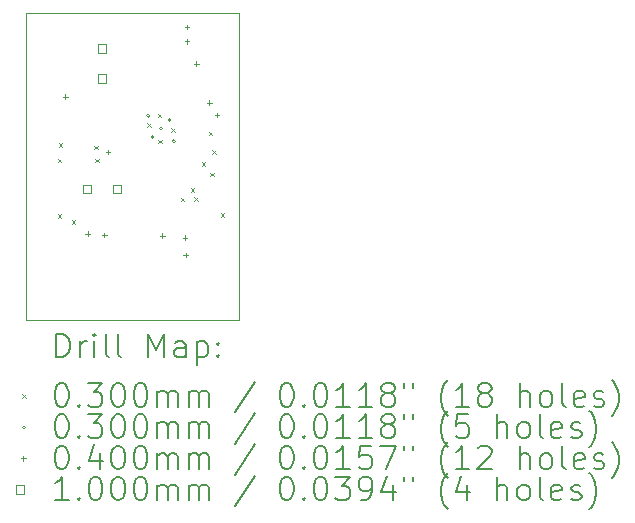
<source format=gbr>
%FSLAX45Y45*%
G04 Gerber Fmt 4.5, Leading zero omitted, Abs format (unit mm)*
G04 Created by KiCad (PCBNEW (6.0.5)) date 2023-11-29 10:11:23*
%MOMM*%
%LPD*%
G01*
G04 APERTURE LIST*
%TA.AperFunction,Profile*%
%ADD10C,0.100000*%
%TD*%
%ADD11C,0.200000*%
%ADD12C,0.030000*%
%ADD13C,0.040000*%
%ADD14C,0.100000*%
G04 APERTURE END LIST*
D10*
X12660000Y-7320000D02*
X14460000Y-7320000D01*
X14460000Y-7320000D02*
X14460000Y-9920000D01*
X14460000Y-9920000D02*
X12660000Y-9920000D01*
X12660000Y-9920000D02*
X12660000Y-7320000D01*
D11*
D12*
X12925000Y-8555000D02*
X12955000Y-8585000D01*
X12955000Y-8555000D02*
X12925000Y-8585000D01*
X12925000Y-9025000D02*
X12955000Y-9055000D01*
X12955000Y-9025000D02*
X12925000Y-9055000D01*
X12935000Y-8425000D02*
X12965000Y-8455000D01*
X12965000Y-8425000D02*
X12935000Y-8455000D01*
X13045000Y-9075000D02*
X13075000Y-9105000D01*
X13075000Y-9075000D02*
X13045000Y-9105000D01*
X13235000Y-8445000D02*
X13265000Y-8475000D01*
X13265000Y-8445000D02*
X13235000Y-8475000D01*
X13245000Y-8555000D02*
X13275000Y-8585000D01*
X13275000Y-8555000D02*
X13245000Y-8585000D01*
X13685000Y-8255000D02*
X13715000Y-8285000D01*
X13715000Y-8255000D02*
X13685000Y-8285000D01*
X13770627Y-8174135D02*
X13800627Y-8204135D01*
X13800627Y-8174135D02*
X13770627Y-8204135D01*
X13777166Y-8392834D02*
X13807166Y-8422834D01*
X13807166Y-8392834D02*
X13777166Y-8422834D01*
X13885000Y-8295000D02*
X13915000Y-8325000D01*
X13915000Y-8295000D02*
X13885000Y-8325000D01*
X13965000Y-8885000D02*
X13995000Y-8915000D01*
X13995000Y-8885000D02*
X13965000Y-8915000D01*
X14052450Y-8805000D02*
X14082450Y-8835000D01*
X14082450Y-8805000D02*
X14052450Y-8835000D01*
X14082912Y-8882912D02*
X14112912Y-8912912D01*
X14112912Y-8882912D02*
X14082912Y-8912912D01*
X14145000Y-8585000D02*
X14175000Y-8615000D01*
X14175000Y-8585000D02*
X14145000Y-8615000D01*
X14205000Y-8325000D02*
X14235000Y-8355000D01*
X14235000Y-8325000D02*
X14205000Y-8355000D01*
X14215000Y-8675000D02*
X14245000Y-8705000D01*
X14245000Y-8675000D02*
X14215000Y-8705000D01*
X14235000Y-8485000D02*
X14265000Y-8515000D01*
X14265000Y-8485000D02*
X14235000Y-8515000D01*
X14305000Y-9015000D02*
X14335000Y-9045000D01*
X14335000Y-9015000D02*
X14305000Y-9045000D01*
X13707166Y-8192166D02*
G75*
G03*
X13707166Y-8192166I-15000J0D01*
G01*
X13742522Y-8372478D02*
G75*
G03*
X13742522Y-8372478I-15000J0D01*
G01*
X13815000Y-8300000D02*
G75*
G03*
X13815000Y-8300000I-15000J0D01*
G01*
X13887478Y-8227522D02*
G75*
G03*
X13887478Y-8227522I-15000J0D01*
G01*
X13922834Y-8407834D02*
G75*
G03*
X13922834Y-8407834I-15000J0D01*
G01*
D13*
X12990000Y-8010000D02*
X12990000Y-8050000D01*
X12970000Y-8030000D02*
X13010000Y-8030000D01*
X13180000Y-9170000D02*
X13180000Y-9210000D01*
X13160000Y-9190000D02*
X13200000Y-9190000D01*
X13320000Y-9180000D02*
X13320000Y-9220000D01*
X13300000Y-9200000D02*
X13340000Y-9200000D01*
X13351300Y-8477900D02*
X13351300Y-8517900D01*
X13331300Y-8497900D02*
X13371300Y-8497900D01*
X13810000Y-9185050D02*
X13810000Y-9225050D01*
X13790000Y-9205050D02*
X13830000Y-9205050D01*
X14002694Y-9202694D02*
X14002694Y-9242694D01*
X13982694Y-9222694D02*
X14022694Y-9222694D01*
X14010000Y-9350000D02*
X14010000Y-9390000D01*
X13990000Y-9370000D02*
X14030000Y-9370000D01*
X14020000Y-7420000D02*
X14020000Y-7460000D01*
X14000000Y-7440000D02*
X14040000Y-7440000D01*
X14020000Y-7540000D02*
X14020000Y-7580000D01*
X14000000Y-7560000D02*
X14040000Y-7560000D01*
X14100000Y-7730000D02*
X14100000Y-7770000D01*
X14080000Y-7750000D02*
X14120000Y-7750000D01*
X14210000Y-8060000D02*
X14210000Y-8100000D01*
X14190000Y-8080000D02*
X14230000Y-8080000D01*
X14275000Y-8165000D02*
X14275000Y-8205000D01*
X14255000Y-8185000D02*
X14295000Y-8185000D01*
D14*
X13208356Y-8845356D02*
X13208356Y-8774644D01*
X13137644Y-8774644D01*
X13137644Y-8845356D01*
X13208356Y-8845356D01*
X13335356Y-7658356D02*
X13335356Y-7587644D01*
X13264644Y-7587644D01*
X13264644Y-7658356D01*
X13335356Y-7658356D01*
X13335356Y-7912356D02*
X13335356Y-7841644D01*
X13264644Y-7841644D01*
X13264644Y-7912356D01*
X13335356Y-7912356D01*
X13462356Y-8845356D02*
X13462356Y-8774644D01*
X13391644Y-8774644D01*
X13391644Y-8845356D01*
X13462356Y-8845356D01*
D11*
X12912619Y-10235476D02*
X12912619Y-10035476D01*
X12960238Y-10035476D01*
X12988809Y-10045000D01*
X13007857Y-10064048D01*
X13017381Y-10083095D01*
X13026905Y-10121190D01*
X13026905Y-10149762D01*
X13017381Y-10187857D01*
X13007857Y-10206905D01*
X12988809Y-10225952D01*
X12960238Y-10235476D01*
X12912619Y-10235476D01*
X13112619Y-10235476D02*
X13112619Y-10102143D01*
X13112619Y-10140238D02*
X13122143Y-10121190D01*
X13131667Y-10111667D01*
X13150714Y-10102143D01*
X13169762Y-10102143D01*
X13236428Y-10235476D02*
X13236428Y-10102143D01*
X13236428Y-10035476D02*
X13226905Y-10045000D01*
X13236428Y-10054524D01*
X13245952Y-10045000D01*
X13236428Y-10035476D01*
X13236428Y-10054524D01*
X13360238Y-10235476D02*
X13341190Y-10225952D01*
X13331667Y-10206905D01*
X13331667Y-10035476D01*
X13465000Y-10235476D02*
X13445952Y-10225952D01*
X13436428Y-10206905D01*
X13436428Y-10035476D01*
X13693571Y-10235476D02*
X13693571Y-10035476D01*
X13760238Y-10178333D01*
X13826905Y-10035476D01*
X13826905Y-10235476D01*
X14007857Y-10235476D02*
X14007857Y-10130714D01*
X13998333Y-10111667D01*
X13979286Y-10102143D01*
X13941190Y-10102143D01*
X13922143Y-10111667D01*
X14007857Y-10225952D02*
X13988809Y-10235476D01*
X13941190Y-10235476D01*
X13922143Y-10225952D01*
X13912619Y-10206905D01*
X13912619Y-10187857D01*
X13922143Y-10168810D01*
X13941190Y-10159286D01*
X13988809Y-10159286D01*
X14007857Y-10149762D01*
X14103095Y-10102143D02*
X14103095Y-10302143D01*
X14103095Y-10111667D02*
X14122143Y-10102143D01*
X14160238Y-10102143D01*
X14179286Y-10111667D01*
X14188809Y-10121190D01*
X14198333Y-10140238D01*
X14198333Y-10197381D01*
X14188809Y-10216429D01*
X14179286Y-10225952D01*
X14160238Y-10235476D01*
X14122143Y-10235476D01*
X14103095Y-10225952D01*
X14284048Y-10216429D02*
X14293571Y-10225952D01*
X14284048Y-10235476D01*
X14274524Y-10225952D01*
X14284048Y-10216429D01*
X14284048Y-10235476D01*
X14284048Y-10111667D02*
X14293571Y-10121190D01*
X14284048Y-10130714D01*
X14274524Y-10121190D01*
X14284048Y-10111667D01*
X14284048Y-10130714D01*
D12*
X12625000Y-10550000D02*
X12655000Y-10580000D01*
X12655000Y-10550000D02*
X12625000Y-10580000D01*
D11*
X12950714Y-10455476D02*
X12969762Y-10455476D01*
X12988809Y-10465000D01*
X12998333Y-10474524D01*
X13007857Y-10493571D01*
X13017381Y-10531667D01*
X13017381Y-10579286D01*
X13007857Y-10617381D01*
X12998333Y-10636429D01*
X12988809Y-10645952D01*
X12969762Y-10655476D01*
X12950714Y-10655476D01*
X12931667Y-10645952D01*
X12922143Y-10636429D01*
X12912619Y-10617381D01*
X12903095Y-10579286D01*
X12903095Y-10531667D01*
X12912619Y-10493571D01*
X12922143Y-10474524D01*
X12931667Y-10465000D01*
X12950714Y-10455476D01*
X13103095Y-10636429D02*
X13112619Y-10645952D01*
X13103095Y-10655476D01*
X13093571Y-10645952D01*
X13103095Y-10636429D01*
X13103095Y-10655476D01*
X13179286Y-10455476D02*
X13303095Y-10455476D01*
X13236428Y-10531667D01*
X13265000Y-10531667D01*
X13284048Y-10541190D01*
X13293571Y-10550714D01*
X13303095Y-10569762D01*
X13303095Y-10617381D01*
X13293571Y-10636429D01*
X13284048Y-10645952D01*
X13265000Y-10655476D01*
X13207857Y-10655476D01*
X13188809Y-10645952D01*
X13179286Y-10636429D01*
X13426905Y-10455476D02*
X13445952Y-10455476D01*
X13465000Y-10465000D01*
X13474524Y-10474524D01*
X13484048Y-10493571D01*
X13493571Y-10531667D01*
X13493571Y-10579286D01*
X13484048Y-10617381D01*
X13474524Y-10636429D01*
X13465000Y-10645952D01*
X13445952Y-10655476D01*
X13426905Y-10655476D01*
X13407857Y-10645952D01*
X13398333Y-10636429D01*
X13388809Y-10617381D01*
X13379286Y-10579286D01*
X13379286Y-10531667D01*
X13388809Y-10493571D01*
X13398333Y-10474524D01*
X13407857Y-10465000D01*
X13426905Y-10455476D01*
X13617381Y-10455476D02*
X13636428Y-10455476D01*
X13655476Y-10465000D01*
X13665000Y-10474524D01*
X13674524Y-10493571D01*
X13684048Y-10531667D01*
X13684048Y-10579286D01*
X13674524Y-10617381D01*
X13665000Y-10636429D01*
X13655476Y-10645952D01*
X13636428Y-10655476D01*
X13617381Y-10655476D01*
X13598333Y-10645952D01*
X13588809Y-10636429D01*
X13579286Y-10617381D01*
X13569762Y-10579286D01*
X13569762Y-10531667D01*
X13579286Y-10493571D01*
X13588809Y-10474524D01*
X13598333Y-10465000D01*
X13617381Y-10455476D01*
X13769762Y-10655476D02*
X13769762Y-10522143D01*
X13769762Y-10541190D02*
X13779286Y-10531667D01*
X13798333Y-10522143D01*
X13826905Y-10522143D01*
X13845952Y-10531667D01*
X13855476Y-10550714D01*
X13855476Y-10655476D01*
X13855476Y-10550714D02*
X13865000Y-10531667D01*
X13884048Y-10522143D01*
X13912619Y-10522143D01*
X13931667Y-10531667D01*
X13941190Y-10550714D01*
X13941190Y-10655476D01*
X14036428Y-10655476D02*
X14036428Y-10522143D01*
X14036428Y-10541190D02*
X14045952Y-10531667D01*
X14065000Y-10522143D01*
X14093571Y-10522143D01*
X14112619Y-10531667D01*
X14122143Y-10550714D01*
X14122143Y-10655476D01*
X14122143Y-10550714D02*
X14131667Y-10531667D01*
X14150714Y-10522143D01*
X14179286Y-10522143D01*
X14198333Y-10531667D01*
X14207857Y-10550714D01*
X14207857Y-10655476D01*
X14598333Y-10445952D02*
X14426905Y-10703095D01*
X14855476Y-10455476D02*
X14874524Y-10455476D01*
X14893571Y-10465000D01*
X14903095Y-10474524D01*
X14912619Y-10493571D01*
X14922143Y-10531667D01*
X14922143Y-10579286D01*
X14912619Y-10617381D01*
X14903095Y-10636429D01*
X14893571Y-10645952D01*
X14874524Y-10655476D01*
X14855476Y-10655476D01*
X14836428Y-10645952D01*
X14826905Y-10636429D01*
X14817381Y-10617381D01*
X14807857Y-10579286D01*
X14807857Y-10531667D01*
X14817381Y-10493571D01*
X14826905Y-10474524D01*
X14836428Y-10465000D01*
X14855476Y-10455476D01*
X15007857Y-10636429D02*
X15017381Y-10645952D01*
X15007857Y-10655476D01*
X14998333Y-10645952D01*
X15007857Y-10636429D01*
X15007857Y-10655476D01*
X15141190Y-10455476D02*
X15160238Y-10455476D01*
X15179286Y-10465000D01*
X15188809Y-10474524D01*
X15198333Y-10493571D01*
X15207857Y-10531667D01*
X15207857Y-10579286D01*
X15198333Y-10617381D01*
X15188809Y-10636429D01*
X15179286Y-10645952D01*
X15160238Y-10655476D01*
X15141190Y-10655476D01*
X15122143Y-10645952D01*
X15112619Y-10636429D01*
X15103095Y-10617381D01*
X15093571Y-10579286D01*
X15093571Y-10531667D01*
X15103095Y-10493571D01*
X15112619Y-10474524D01*
X15122143Y-10465000D01*
X15141190Y-10455476D01*
X15398333Y-10655476D02*
X15284048Y-10655476D01*
X15341190Y-10655476D02*
X15341190Y-10455476D01*
X15322143Y-10484048D01*
X15303095Y-10503095D01*
X15284048Y-10512619D01*
X15588809Y-10655476D02*
X15474524Y-10655476D01*
X15531667Y-10655476D02*
X15531667Y-10455476D01*
X15512619Y-10484048D01*
X15493571Y-10503095D01*
X15474524Y-10512619D01*
X15703095Y-10541190D02*
X15684048Y-10531667D01*
X15674524Y-10522143D01*
X15665000Y-10503095D01*
X15665000Y-10493571D01*
X15674524Y-10474524D01*
X15684048Y-10465000D01*
X15703095Y-10455476D01*
X15741190Y-10455476D01*
X15760238Y-10465000D01*
X15769762Y-10474524D01*
X15779286Y-10493571D01*
X15779286Y-10503095D01*
X15769762Y-10522143D01*
X15760238Y-10531667D01*
X15741190Y-10541190D01*
X15703095Y-10541190D01*
X15684048Y-10550714D01*
X15674524Y-10560238D01*
X15665000Y-10579286D01*
X15665000Y-10617381D01*
X15674524Y-10636429D01*
X15684048Y-10645952D01*
X15703095Y-10655476D01*
X15741190Y-10655476D01*
X15760238Y-10645952D01*
X15769762Y-10636429D01*
X15779286Y-10617381D01*
X15779286Y-10579286D01*
X15769762Y-10560238D01*
X15760238Y-10550714D01*
X15741190Y-10541190D01*
X15855476Y-10455476D02*
X15855476Y-10493571D01*
X15931667Y-10455476D02*
X15931667Y-10493571D01*
X16226905Y-10731667D02*
X16217381Y-10722143D01*
X16198333Y-10693571D01*
X16188809Y-10674524D01*
X16179286Y-10645952D01*
X16169762Y-10598333D01*
X16169762Y-10560238D01*
X16179286Y-10512619D01*
X16188809Y-10484048D01*
X16198333Y-10465000D01*
X16217381Y-10436429D01*
X16226905Y-10426905D01*
X16407857Y-10655476D02*
X16293571Y-10655476D01*
X16350714Y-10655476D02*
X16350714Y-10455476D01*
X16331667Y-10484048D01*
X16312619Y-10503095D01*
X16293571Y-10512619D01*
X16522143Y-10541190D02*
X16503095Y-10531667D01*
X16493571Y-10522143D01*
X16484048Y-10503095D01*
X16484048Y-10493571D01*
X16493571Y-10474524D01*
X16503095Y-10465000D01*
X16522143Y-10455476D01*
X16560238Y-10455476D01*
X16579286Y-10465000D01*
X16588809Y-10474524D01*
X16598333Y-10493571D01*
X16598333Y-10503095D01*
X16588809Y-10522143D01*
X16579286Y-10531667D01*
X16560238Y-10541190D01*
X16522143Y-10541190D01*
X16503095Y-10550714D01*
X16493571Y-10560238D01*
X16484048Y-10579286D01*
X16484048Y-10617381D01*
X16493571Y-10636429D01*
X16503095Y-10645952D01*
X16522143Y-10655476D01*
X16560238Y-10655476D01*
X16579286Y-10645952D01*
X16588809Y-10636429D01*
X16598333Y-10617381D01*
X16598333Y-10579286D01*
X16588809Y-10560238D01*
X16579286Y-10550714D01*
X16560238Y-10541190D01*
X16836429Y-10655476D02*
X16836429Y-10455476D01*
X16922143Y-10655476D02*
X16922143Y-10550714D01*
X16912619Y-10531667D01*
X16893571Y-10522143D01*
X16865000Y-10522143D01*
X16845952Y-10531667D01*
X16836429Y-10541190D01*
X17045952Y-10655476D02*
X17026905Y-10645952D01*
X17017381Y-10636429D01*
X17007857Y-10617381D01*
X17007857Y-10560238D01*
X17017381Y-10541190D01*
X17026905Y-10531667D01*
X17045952Y-10522143D01*
X17074524Y-10522143D01*
X17093571Y-10531667D01*
X17103095Y-10541190D01*
X17112619Y-10560238D01*
X17112619Y-10617381D01*
X17103095Y-10636429D01*
X17093571Y-10645952D01*
X17074524Y-10655476D01*
X17045952Y-10655476D01*
X17226905Y-10655476D02*
X17207857Y-10645952D01*
X17198333Y-10626905D01*
X17198333Y-10455476D01*
X17379286Y-10645952D02*
X17360238Y-10655476D01*
X17322143Y-10655476D01*
X17303095Y-10645952D01*
X17293571Y-10626905D01*
X17293571Y-10550714D01*
X17303095Y-10531667D01*
X17322143Y-10522143D01*
X17360238Y-10522143D01*
X17379286Y-10531667D01*
X17388810Y-10550714D01*
X17388810Y-10569762D01*
X17293571Y-10588810D01*
X17465000Y-10645952D02*
X17484048Y-10655476D01*
X17522143Y-10655476D01*
X17541190Y-10645952D01*
X17550714Y-10626905D01*
X17550714Y-10617381D01*
X17541190Y-10598333D01*
X17522143Y-10588810D01*
X17493571Y-10588810D01*
X17474524Y-10579286D01*
X17465000Y-10560238D01*
X17465000Y-10550714D01*
X17474524Y-10531667D01*
X17493571Y-10522143D01*
X17522143Y-10522143D01*
X17541190Y-10531667D01*
X17617381Y-10731667D02*
X17626905Y-10722143D01*
X17645952Y-10693571D01*
X17655476Y-10674524D01*
X17665000Y-10645952D01*
X17674524Y-10598333D01*
X17674524Y-10560238D01*
X17665000Y-10512619D01*
X17655476Y-10484048D01*
X17645952Y-10465000D01*
X17626905Y-10436429D01*
X17617381Y-10426905D01*
D12*
X12655000Y-10829000D02*
G75*
G03*
X12655000Y-10829000I-15000J0D01*
G01*
D11*
X12950714Y-10719476D02*
X12969762Y-10719476D01*
X12988809Y-10729000D01*
X12998333Y-10738524D01*
X13007857Y-10757571D01*
X13017381Y-10795667D01*
X13017381Y-10843286D01*
X13007857Y-10881381D01*
X12998333Y-10900429D01*
X12988809Y-10909952D01*
X12969762Y-10919476D01*
X12950714Y-10919476D01*
X12931667Y-10909952D01*
X12922143Y-10900429D01*
X12912619Y-10881381D01*
X12903095Y-10843286D01*
X12903095Y-10795667D01*
X12912619Y-10757571D01*
X12922143Y-10738524D01*
X12931667Y-10729000D01*
X12950714Y-10719476D01*
X13103095Y-10900429D02*
X13112619Y-10909952D01*
X13103095Y-10919476D01*
X13093571Y-10909952D01*
X13103095Y-10900429D01*
X13103095Y-10919476D01*
X13179286Y-10719476D02*
X13303095Y-10719476D01*
X13236428Y-10795667D01*
X13265000Y-10795667D01*
X13284048Y-10805190D01*
X13293571Y-10814714D01*
X13303095Y-10833762D01*
X13303095Y-10881381D01*
X13293571Y-10900429D01*
X13284048Y-10909952D01*
X13265000Y-10919476D01*
X13207857Y-10919476D01*
X13188809Y-10909952D01*
X13179286Y-10900429D01*
X13426905Y-10719476D02*
X13445952Y-10719476D01*
X13465000Y-10729000D01*
X13474524Y-10738524D01*
X13484048Y-10757571D01*
X13493571Y-10795667D01*
X13493571Y-10843286D01*
X13484048Y-10881381D01*
X13474524Y-10900429D01*
X13465000Y-10909952D01*
X13445952Y-10919476D01*
X13426905Y-10919476D01*
X13407857Y-10909952D01*
X13398333Y-10900429D01*
X13388809Y-10881381D01*
X13379286Y-10843286D01*
X13379286Y-10795667D01*
X13388809Y-10757571D01*
X13398333Y-10738524D01*
X13407857Y-10729000D01*
X13426905Y-10719476D01*
X13617381Y-10719476D02*
X13636428Y-10719476D01*
X13655476Y-10729000D01*
X13665000Y-10738524D01*
X13674524Y-10757571D01*
X13684048Y-10795667D01*
X13684048Y-10843286D01*
X13674524Y-10881381D01*
X13665000Y-10900429D01*
X13655476Y-10909952D01*
X13636428Y-10919476D01*
X13617381Y-10919476D01*
X13598333Y-10909952D01*
X13588809Y-10900429D01*
X13579286Y-10881381D01*
X13569762Y-10843286D01*
X13569762Y-10795667D01*
X13579286Y-10757571D01*
X13588809Y-10738524D01*
X13598333Y-10729000D01*
X13617381Y-10719476D01*
X13769762Y-10919476D02*
X13769762Y-10786143D01*
X13769762Y-10805190D02*
X13779286Y-10795667D01*
X13798333Y-10786143D01*
X13826905Y-10786143D01*
X13845952Y-10795667D01*
X13855476Y-10814714D01*
X13855476Y-10919476D01*
X13855476Y-10814714D02*
X13865000Y-10795667D01*
X13884048Y-10786143D01*
X13912619Y-10786143D01*
X13931667Y-10795667D01*
X13941190Y-10814714D01*
X13941190Y-10919476D01*
X14036428Y-10919476D02*
X14036428Y-10786143D01*
X14036428Y-10805190D02*
X14045952Y-10795667D01*
X14065000Y-10786143D01*
X14093571Y-10786143D01*
X14112619Y-10795667D01*
X14122143Y-10814714D01*
X14122143Y-10919476D01*
X14122143Y-10814714D02*
X14131667Y-10795667D01*
X14150714Y-10786143D01*
X14179286Y-10786143D01*
X14198333Y-10795667D01*
X14207857Y-10814714D01*
X14207857Y-10919476D01*
X14598333Y-10709952D02*
X14426905Y-10967095D01*
X14855476Y-10719476D02*
X14874524Y-10719476D01*
X14893571Y-10729000D01*
X14903095Y-10738524D01*
X14912619Y-10757571D01*
X14922143Y-10795667D01*
X14922143Y-10843286D01*
X14912619Y-10881381D01*
X14903095Y-10900429D01*
X14893571Y-10909952D01*
X14874524Y-10919476D01*
X14855476Y-10919476D01*
X14836428Y-10909952D01*
X14826905Y-10900429D01*
X14817381Y-10881381D01*
X14807857Y-10843286D01*
X14807857Y-10795667D01*
X14817381Y-10757571D01*
X14826905Y-10738524D01*
X14836428Y-10729000D01*
X14855476Y-10719476D01*
X15007857Y-10900429D02*
X15017381Y-10909952D01*
X15007857Y-10919476D01*
X14998333Y-10909952D01*
X15007857Y-10900429D01*
X15007857Y-10919476D01*
X15141190Y-10719476D02*
X15160238Y-10719476D01*
X15179286Y-10729000D01*
X15188809Y-10738524D01*
X15198333Y-10757571D01*
X15207857Y-10795667D01*
X15207857Y-10843286D01*
X15198333Y-10881381D01*
X15188809Y-10900429D01*
X15179286Y-10909952D01*
X15160238Y-10919476D01*
X15141190Y-10919476D01*
X15122143Y-10909952D01*
X15112619Y-10900429D01*
X15103095Y-10881381D01*
X15093571Y-10843286D01*
X15093571Y-10795667D01*
X15103095Y-10757571D01*
X15112619Y-10738524D01*
X15122143Y-10729000D01*
X15141190Y-10719476D01*
X15398333Y-10919476D02*
X15284048Y-10919476D01*
X15341190Y-10919476D02*
X15341190Y-10719476D01*
X15322143Y-10748048D01*
X15303095Y-10767095D01*
X15284048Y-10776619D01*
X15588809Y-10919476D02*
X15474524Y-10919476D01*
X15531667Y-10919476D02*
X15531667Y-10719476D01*
X15512619Y-10748048D01*
X15493571Y-10767095D01*
X15474524Y-10776619D01*
X15703095Y-10805190D02*
X15684048Y-10795667D01*
X15674524Y-10786143D01*
X15665000Y-10767095D01*
X15665000Y-10757571D01*
X15674524Y-10738524D01*
X15684048Y-10729000D01*
X15703095Y-10719476D01*
X15741190Y-10719476D01*
X15760238Y-10729000D01*
X15769762Y-10738524D01*
X15779286Y-10757571D01*
X15779286Y-10767095D01*
X15769762Y-10786143D01*
X15760238Y-10795667D01*
X15741190Y-10805190D01*
X15703095Y-10805190D01*
X15684048Y-10814714D01*
X15674524Y-10824238D01*
X15665000Y-10843286D01*
X15665000Y-10881381D01*
X15674524Y-10900429D01*
X15684048Y-10909952D01*
X15703095Y-10919476D01*
X15741190Y-10919476D01*
X15760238Y-10909952D01*
X15769762Y-10900429D01*
X15779286Y-10881381D01*
X15779286Y-10843286D01*
X15769762Y-10824238D01*
X15760238Y-10814714D01*
X15741190Y-10805190D01*
X15855476Y-10719476D02*
X15855476Y-10757571D01*
X15931667Y-10719476D02*
X15931667Y-10757571D01*
X16226905Y-10995667D02*
X16217381Y-10986143D01*
X16198333Y-10957571D01*
X16188809Y-10938524D01*
X16179286Y-10909952D01*
X16169762Y-10862333D01*
X16169762Y-10824238D01*
X16179286Y-10776619D01*
X16188809Y-10748048D01*
X16198333Y-10729000D01*
X16217381Y-10700429D01*
X16226905Y-10690905D01*
X16398333Y-10719476D02*
X16303095Y-10719476D01*
X16293571Y-10814714D01*
X16303095Y-10805190D01*
X16322143Y-10795667D01*
X16369762Y-10795667D01*
X16388809Y-10805190D01*
X16398333Y-10814714D01*
X16407857Y-10833762D01*
X16407857Y-10881381D01*
X16398333Y-10900429D01*
X16388809Y-10909952D01*
X16369762Y-10919476D01*
X16322143Y-10919476D01*
X16303095Y-10909952D01*
X16293571Y-10900429D01*
X16645952Y-10919476D02*
X16645952Y-10719476D01*
X16731667Y-10919476D02*
X16731667Y-10814714D01*
X16722143Y-10795667D01*
X16703095Y-10786143D01*
X16674524Y-10786143D01*
X16655476Y-10795667D01*
X16645952Y-10805190D01*
X16855476Y-10919476D02*
X16836429Y-10909952D01*
X16826905Y-10900429D01*
X16817381Y-10881381D01*
X16817381Y-10824238D01*
X16826905Y-10805190D01*
X16836429Y-10795667D01*
X16855476Y-10786143D01*
X16884048Y-10786143D01*
X16903095Y-10795667D01*
X16912619Y-10805190D01*
X16922143Y-10824238D01*
X16922143Y-10881381D01*
X16912619Y-10900429D01*
X16903095Y-10909952D01*
X16884048Y-10919476D01*
X16855476Y-10919476D01*
X17036429Y-10919476D02*
X17017381Y-10909952D01*
X17007857Y-10890905D01*
X17007857Y-10719476D01*
X17188810Y-10909952D02*
X17169762Y-10919476D01*
X17131667Y-10919476D01*
X17112619Y-10909952D01*
X17103095Y-10890905D01*
X17103095Y-10814714D01*
X17112619Y-10795667D01*
X17131667Y-10786143D01*
X17169762Y-10786143D01*
X17188810Y-10795667D01*
X17198333Y-10814714D01*
X17198333Y-10833762D01*
X17103095Y-10852810D01*
X17274524Y-10909952D02*
X17293571Y-10919476D01*
X17331667Y-10919476D01*
X17350714Y-10909952D01*
X17360238Y-10890905D01*
X17360238Y-10881381D01*
X17350714Y-10862333D01*
X17331667Y-10852810D01*
X17303095Y-10852810D01*
X17284048Y-10843286D01*
X17274524Y-10824238D01*
X17274524Y-10814714D01*
X17284048Y-10795667D01*
X17303095Y-10786143D01*
X17331667Y-10786143D01*
X17350714Y-10795667D01*
X17426905Y-10995667D02*
X17436429Y-10986143D01*
X17455476Y-10957571D01*
X17465000Y-10938524D01*
X17474524Y-10909952D01*
X17484048Y-10862333D01*
X17484048Y-10824238D01*
X17474524Y-10776619D01*
X17465000Y-10748048D01*
X17455476Y-10729000D01*
X17436429Y-10700429D01*
X17426905Y-10690905D01*
D13*
X12635000Y-11073000D02*
X12635000Y-11113000D01*
X12615000Y-11093000D02*
X12655000Y-11093000D01*
D11*
X12950714Y-10983476D02*
X12969762Y-10983476D01*
X12988809Y-10993000D01*
X12998333Y-11002524D01*
X13007857Y-11021571D01*
X13017381Y-11059667D01*
X13017381Y-11107286D01*
X13007857Y-11145381D01*
X12998333Y-11164429D01*
X12988809Y-11173952D01*
X12969762Y-11183476D01*
X12950714Y-11183476D01*
X12931667Y-11173952D01*
X12922143Y-11164429D01*
X12912619Y-11145381D01*
X12903095Y-11107286D01*
X12903095Y-11059667D01*
X12912619Y-11021571D01*
X12922143Y-11002524D01*
X12931667Y-10993000D01*
X12950714Y-10983476D01*
X13103095Y-11164429D02*
X13112619Y-11173952D01*
X13103095Y-11183476D01*
X13093571Y-11173952D01*
X13103095Y-11164429D01*
X13103095Y-11183476D01*
X13284048Y-11050143D02*
X13284048Y-11183476D01*
X13236428Y-10973952D02*
X13188809Y-11116810D01*
X13312619Y-11116810D01*
X13426905Y-10983476D02*
X13445952Y-10983476D01*
X13465000Y-10993000D01*
X13474524Y-11002524D01*
X13484048Y-11021571D01*
X13493571Y-11059667D01*
X13493571Y-11107286D01*
X13484048Y-11145381D01*
X13474524Y-11164429D01*
X13465000Y-11173952D01*
X13445952Y-11183476D01*
X13426905Y-11183476D01*
X13407857Y-11173952D01*
X13398333Y-11164429D01*
X13388809Y-11145381D01*
X13379286Y-11107286D01*
X13379286Y-11059667D01*
X13388809Y-11021571D01*
X13398333Y-11002524D01*
X13407857Y-10993000D01*
X13426905Y-10983476D01*
X13617381Y-10983476D02*
X13636428Y-10983476D01*
X13655476Y-10993000D01*
X13665000Y-11002524D01*
X13674524Y-11021571D01*
X13684048Y-11059667D01*
X13684048Y-11107286D01*
X13674524Y-11145381D01*
X13665000Y-11164429D01*
X13655476Y-11173952D01*
X13636428Y-11183476D01*
X13617381Y-11183476D01*
X13598333Y-11173952D01*
X13588809Y-11164429D01*
X13579286Y-11145381D01*
X13569762Y-11107286D01*
X13569762Y-11059667D01*
X13579286Y-11021571D01*
X13588809Y-11002524D01*
X13598333Y-10993000D01*
X13617381Y-10983476D01*
X13769762Y-11183476D02*
X13769762Y-11050143D01*
X13769762Y-11069190D02*
X13779286Y-11059667D01*
X13798333Y-11050143D01*
X13826905Y-11050143D01*
X13845952Y-11059667D01*
X13855476Y-11078714D01*
X13855476Y-11183476D01*
X13855476Y-11078714D02*
X13865000Y-11059667D01*
X13884048Y-11050143D01*
X13912619Y-11050143D01*
X13931667Y-11059667D01*
X13941190Y-11078714D01*
X13941190Y-11183476D01*
X14036428Y-11183476D02*
X14036428Y-11050143D01*
X14036428Y-11069190D02*
X14045952Y-11059667D01*
X14065000Y-11050143D01*
X14093571Y-11050143D01*
X14112619Y-11059667D01*
X14122143Y-11078714D01*
X14122143Y-11183476D01*
X14122143Y-11078714D02*
X14131667Y-11059667D01*
X14150714Y-11050143D01*
X14179286Y-11050143D01*
X14198333Y-11059667D01*
X14207857Y-11078714D01*
X14207857Y-11183476D01*
X14598333Y-10973952D02*
X14426905Y-11231095D01*
X14855476Y-10983476D02*
X14874524Y-10983476D01*
X14893571Y-10993000D01*
X14903095Y-11002524D01*
X14912619Y-11021571D01*
X14922143Y-11059667D01*
X14922143Y-11107286D01*
X14912619Y-11145381D01*
X14903095Y-11164429D01*
X14893571Y-11173952D01*
X14874524Y-11183476D01*
X14855476Y-11183476D01*
X14836428Y-11173952D01*
X14826905Y-11164429D01*
X14817381Y-11145381D01*
X14807857Y-11107286D01*
X14807857Y-11059667D01*
X14817381Y-11021571D01*
X14826905Y-11002524D01*
X14836428Y-10993000D01*
X14855476Y-10983476D01*
X15007857Y-11164429D02*
X15017381Y-11173952D01*
X15007857Y-11183476D01*
X14998333Y-11173952D01*
X15007857Y-11164429D01*
X15007857Y-11183476D01*
X15141190Y-10983476D02*
X15160238Y-10983476D01*
X15179286Y-10993000D01*
X15188809Y-11002524D01*
X15198333Y-11021571D01*
X15207857Y-11059667D01*
X15207857Y-11107286D01*
X15198333Y-11145381D01*
X15188809Y-11164429D01*
X15179286Y-11173952D01*
X15160238Y-11183476D01*
X15141190Y-11183476D01*
X15122143Y-11173952D01*
X15112619Y-11164429D01*
X15103095Y-11145381D01*
X15093571Y-11107286D01*
X15093571Y-11059667D01*
X15103095Y-11021571D01*
X15112619Y-11002524D01*
X15122143Y-10993000D01*
X15141190Y-10983476D01*
X15398333Y-11183476D02*
X15284048Y-11183476D01*
X15341190Y-11183476D02*
X15341190Y-10983476D01*
X15322143Y-11012048D01*
X15303095Y-11031095D01*
X15284048Y-11040619D01*
X15579286Y-10983476D02*
X15484048Y-10983476D01*
X15474524Y-11078714D01*
X15484048Y-11069190D01*
X15503095Y-11059667D01*
X15550714Y-11059667D01*
X15569762Y-11069190D01*
X15579286Y-11078714D01*
X15588809Y-11097762D01*
X15588809Y-11145381D01*
X15579286Y-11164429D01*
X15569762Y-11173952D01*
X15550714Y-11183476D01*
X15503095Y-11183476D01*
X15484048Y-11173952D01*
X15474524Y-11164429D01*
X15655476Y-10983476D02*
X15788809Y-10983476D01*
X15703095Y-11183476D01*
X15855476Y-10983476D02*
X15855476Y-11021571D01*
X15931667Y-10983476D02*
X15931667Y-11021571D01*
X16226905Y-11259667D02*
X16217381Y-11250143D01*
X16198333Y-11221571D01*
X16188809Y-11202524D01*
X16179286Y-11173952D01*
X16169762Y-11126333D01*
X16169762Y-11088238D01*
X16179286Y-11040619D01*
X16188809Y-11012048D01*
X16198333Y-10993000D01*
X16217381Y-10964429D01*
X16226905Y-10954905D01*
X16407857Y-11183476D02*
X16293571Y-11183476D01*
X16350714Y-11183476D02*
X16350714Y-10983476D01*
X16331667Y-11012048D01*
X16312619Y-11031095D01*
X16293571Y-11040619D01*
X16484048Y-11002524D02*
X16493571Y-10993000D01*
X16512619Y-10983476D01*
X16560238Y-10983476D01*
X16579286Y-10993000D01*
X16588809Y-11002524D01*
X16598333Y-11021571D01*
X16598333Y-11040619D01*
X16588809Y-11069190D01*
X16474524Y-11183476D01*
X16598333Y-11183476D01*
X16836429Y-11183476D02*
X16836429Y-10983476D01*
X16922143Y-11183476D02*
X16922143Y-11078714D01*
X16912619Y-11059667D01*
X16893571Y-11050143D01*
X16865000Y-11050143D01*
X16845952Y-11059667D01*
X16836429Y-11069190D01*
X17045952Y-11183476D02*
X17026905Y-11173952D01*
X17017381Y-11164429D01*
X17007857Y-11145381D01*
X17007857Y-11088238D01*
X17017381Y-11069190D01*
X17026905Y-11059667D01*
X17045952Y-11050143D01*
X17074524Y-11050143D01*
X17093571Y-11059667D01*
X17103095Y-11069190D01*
X17112619Y-11088238D01*
X17112619Y-11145381D01*
X17103095Y-11164429D01*
X17093571Y-11173952D01*
X17074524Y-11183476D01*
X17045952Y-11183476D01*
X17226905Y-11183476D02*
X17207857Y-11173952D01*
X17198333Y-11154905D01*
X17198333Y-10983476D01*
X17379286Y-11173952D02*
X17360238Y-11183476D01*
X17322143Y-11183476D01*
X17303095Y-11173952D01*
X17293571Y-11154905D01*
X17293571Y-11078714D01*
X17303095Y-11059667D01*
X17322143Y-11050143D01*
X17360238Y-11050143D01*
X17379286Y-11059667D01*
X17388810Y-11078714D01*
X17388810Y-11097762D01*
X17293571Y-11116810D01*
X17465000Y-11173952D02*
X17484048Y-11183476D01*
X17522143Y-11183476D01*
X17541190Y-11173952D01*
X17550714Y-11154905D01*
X17550714Y-11145381D01*
X17541190Y-11126333D01*
X17522143Y-11116810D01*
X17493571Y-11116810D01*
X17474524Y-11107286D01*
X17465000Y-11088238D01*
X17465000Y-11078714D01*
X17474524Y-11059667D01*
X17493571Y-11050143D01*
X17522143Y-11050143D01*
X17541190Y-11059667D01*
X17617381Y-11259667D02*
X17626905Y-11250143D01*
X17645952Y-11221571D01*
X17655476Y-11202524D01*
X17665000Y-11173952D01*
X17674524Y-11126333D01*
X17674524Y-11088238D01*
X17665000Y-11040619D01*
X17655476Y-11012048D01*
X17645952Y-10993000D01*
X17626905Y-10964429D01*
X17617381Y-10954905D01*
D14*
X12640356Y-11392356D02*
X12640356Y-11321644D01*
X12569644Y-11321644D01*
X12569644Y-11392356D01*
X12640356Y-11392356D01*
D11*
X13017381Y-11447476D02*
X12903095Y-11447476D01*
X12960238Y-11447476D02*
X12960238Y-11247476D01*
X12941190Y-11276048D01*
X12922143Y-11295095D01*
X12903095Y-11304619D01*
X13103095Y-11428428D02*
X13112619Y-11437952D01*
X13103095Y-11447476D01*
X13093571Y-11437952D01*
X13103095Y-11428428D01*
X13103095Y-11447476D01*
X13236428Y-11247476D02*
X13255476Y-11247476D01*
X13274524Y-11257000D01*
X13284048Y-11266524D01*
X13293571Y-11285571D01*
X13303095Y-11323667D01*
X13303095Y-11371286D01*
X13293571Y-11409381D01*
X13284048Y-11428428D01*
X13274524Y-11437952D01*
X13255476Y-11447476D01*
X13236428Y-11447476D01*
X13217381Y-11437952D01*
X13207857Y-11428428D01*
X13198333Y-11409381D01*
X13188809Y-11371286D01*
X13188809Y-11323667D01*
X13198333Y-11285571D01*
X13207857Y-11266524D01*
X13217381Y-11257000D01*
X13236428Y-11247476D01*
X13426905Y-11247476D02*
X13445952Y-11247476D01*
X13465000Y-11257000D01*
X13474524Y-11266524D01*
X13484048Y-11285571D01*
X13493571Y-11323667D01*
X13493571Y-11371286D01*
X13484048Y-11409381D01*
X13474524Y-11428428D01*
X13465000Y-11437952D01*
X13445952Y-11447476D01*
X13426905Y-11447476D01*
X13407857Y-11437952D01*
X13398333Y-11428428D01*
X13388809Y-11409381D01*
X13379286Y-11371286D01*
X13379286Y-11323667D01*
X13388809Y-11285571D01*
X13398333Y-11266524D01*
X13407857Y-11257000D01*
X13426905Y-11247476D01*
X13617381Y-11247476D02*
X13636428Y-11247476D01*
X13655476Y-11257000D01*
X13665000Y-11266524D01*
X13674524Y-11285571D01*
X13684048Y-11323667D01*
X13684048Y-11371286D01*
X13674524Y-11409381D01*
X13665000Y-11428428D01*
X13655476Y-11437952D01*
X13636428Y-11447476D01*
X13617381Y-11447476D01*
X13598333Y-11437952D01*
X13588809Y-11428428D01*
X13579286Y-11409381D01*
X13569762Y-11371286D01*
X13569762Y-11323667D01*
X13579286Y-11285571D01*
X13588809Y-11266524D01*
X13598333Y-11257000D01*
X13617381Y-11247476D01*
X13769762Y-11447476D02*
X13769762Y-11314143D01*
X13769762Y-11333190D02*
X13779286Y-11323667D01*
X13798333Y-11314143D01*
X13826905Y-11314143D01*
X13845952Y-11323667D01*
X13855476Y-11342714D01*
X13855476Y-11447476D01*
X13855476Y-11342714D02*
X13865000Y-11323667D01*
X13884048Y-11314143D01*
X13912619Y-11314143D01*
X13931667Y-11323667D01*
X13941190Y-11342714D01*
X13941190Y-11447476D01*
X14036428Y-11447476D02*
X14036428Y-11314143D01*
X14036428Y-11333190D02*
X14045952Y-11323667D01*
X14065000Y-11314143D01*
X14093571Y-11314143D01*
X14112619Y-11323667D01*
X14122143Y-11342714D01*
X14122143Y-11447476D01*
X14122143Y-11342714D02*
X14131667Y-11323667D01*
X14150714Y-11314143D01*
X14179286Y-11314143D01*
X14198333Y-11323667D01*
X14207857Y-11342714D01*
X14207857Y-11447476D01*
X14598333Y-11237952D02*
X14426905Y-11495095D01*
X14855476Y-11247476D02*
X14874524Y-11247476D01*
X14893571Y-11257000D01*
X14903095Y-11266524D01*
X14912619Y-11285571D01*
X14922143Y-11323667D01*
X14922143Y-11371286D01*
X14912619Y-11409381D01*
X14903095Y-11428428D01*
X14893571Y-11437952D01*
X14874524Y-11447476D01*
X14855476Y-11447476D01*
X14836428Y-11437952D01*
X14826905Y-11428428D01*
X14817381Y-11409381D01*
X14807857Y-11371286D01*
X14807857Y-11323667D01*
X14817381Y-11285571D01*
X14826905Y-11266524D01*
X14836428Y-11257000D01*
X14855476Y-11247476D01*
X15007857Y-11428428D02*
X15017381Y-11437952D01*
X15007857Y-11447476D01*
X14998333Y-11437952D01*
X15007857Y-11428428D01*
X15007857Y-11447476D01*
X15141190Y-11247476D02*
X15160238Y-11247476D01*
X15179286Y-11257000D01*
X15188809Y-11266524D01*
X15198333Y-11285571D01*
X15207857Y-11323667D01*
X15207857Y-11371286D01*
X15198333Y-11409381D01*
X15188809Y-11428428D01*
X15179286Y-11437952D01*
X15160238Y-11447476D01*
X15141190Y-11447476D01*
X15122143Y-11437952D01*
X15112619Y-11428428D01*
X15103095Y-11409381D01*
X15093571Y-11371286D01*
X15093571Y-11323667D01*
X15103095Y-11285571D01*
X15112619Y-11266524D01*
X15122143Y-11257000D01*
X15141190Y-11247476D01*
X15274524Y-11247476D02*
X15398333Y-11247476D01*
X15331667Y-11323667D01*
X15360238Y-11323667D01*
X15379286Y-11333190D01*
X15388809Y-11342714D01*
X15398333Y-11361762D01*
X15398333Y-11409381D01*
X15388809Y-11428428D01*
X15379286Y-11437952D01*
X15360238Y-11447476D01*
X15303095Y-11447476D01*
X15284048Y-11437952D01*
X15274524Y-11428428D01*
X15493571Y-11447476D02*
X15531667Y-11447476D01*
X15550714Y-11437952D01*
X15560238Y-11428428D01*
X15579286Y-11399857D01*
X15588809Y-11361762D01*
X15588809Y-11285571D01*
X15579286Y-11266524D01*
X15569762Y-11257000D01*
X15550714Y-11247476D01*
X15512619Y-11247476D01*
X15493571Y-11257000D01*
X15484048Y-11266524D01*
X15474524Y-11285571D01*
X15474524Y-11333190D01*
X15484048Y-11352238D01*
X15493571Y-11361762D01*
X15512619Y-11371286D01*
X15550714Y-11371286D01*
X15569762Y-11361762D01*
X15579286Y-11352238D01*
X15588809Y-11333190D01*
X15760238Y-11314143D02*
X15760238Y-11447476D01*
X15712619Y-11237952D02*
X15665000Y-11380809D01*
X15788809Y-11380809D01*
X15855476Y-11247476D02*
X15855476Y-11285571D01*
X15931667Y-11247476D02*
X15931667Y-11285571D01*
X16226905Y-11523667D02*
X16217381Y-11514143D01*
X16198333Y-11485571D01*
X16188809Y-11466524D01*
X16179286Y-11437952D01*
X16169762Y-11390333D01*
X16169762Y-11352238D01*
X16179286Y-11304619D01*
X16188809Y-11276048D01*
X16198333Y-11257000D01*
X16217381Y-11228428D01*
X16226905Y-11218905D01*
X16388809Y-11314143D02*
X16388809Y-11447476D01*
X16341190Y-11237952D02*
X16293571Y-11380809D01*
X16417381Y-11380809D01*
X16645952Y-11447476D02*
X16645952Y-11247476D01*
X16731667Y-11447476D02*
X16731667Y-11342714D01*
X16722143Y-11323667D01*
X16703095Y-11314143D01*
X16674524Y-11314143D01*
X16655476Y-11323667D01*
X16645952Y-11333190D01*
X16855476Y-11447476D02*
X16836429Y-11437952D01*
X16826905Y-11428428D01*
X16817381Y-11409381D01*
X16817381Y-11352238D01*
X16826905Y-11333190D01*
X16836429Y-11323667D01*
X16855476Y-11314143D01*
X16884048Y-11314143D01*
X16903095Y-11323667D01*
X16912619Y-11333190D01*
X16922143Y-11352238D01*
X16922143Y-11409381D01*
X16912619Y-11428428D01*
X16903095Y-11437952D01*
X16884048Y-11447476D01*
X16855476Y-11447476D01*
X17036429Y-11447476D02*
X17017381Y-11437952D01*
X17007857Y-11418905D01*
X17007857Y-11247476D01*
X17188810Y-11437952D02*
X17169762Y-11447476D01*
X17131667Y-11447476D01*
X17112619Y-11437952D01*
X17103095Y-11418905D01*
X17103095Y-11342714D01*
X17112619Y-11323667D01*
X17131667Y-11314143D01*
X17169762Y-11314143D01*
X17188810Y-11323667D01*
X17198333Y-11342714D01*
X17198333Y-11361762D01*
X17103095Y-11380809D01*
X17274524Y-11437952D02*
X17293571Y-11447476D01*
X17331667Y-11447476D01*
X17350714Y-11437952D01*
X17360238Y-11418905D01*
X17360238Y-11409381D01*
X17350714Y-11390333D01*
X17331667Y-11380809D01*
X17303095Y-11380809D01*
X17284048Y-11371286D01*
X17274524Y-11352238D01*
X17274524Y-11342714D01*
X17284048Y-11323667D01*
X17303095Y-11314143D01*
X17331667Y-11314143D01*
X17350714Y-11323667D01*
X17426905Y-11523667D02*
X17436429Y-11514143D01*
X17455476Y-11485571D01*
X17465000Y-11466524D01*
X17474524Y-11437952D01*
X17484048Y-11390333D01*
X17484048Y-11352238D01*
X17474524Y-11304619D01*
X17465000Y-11276048D01*
X17455476Y-11257000D01*
X17436429Y-11228428D01*
X17426905Y-11218905D01*
M02*

</source>
